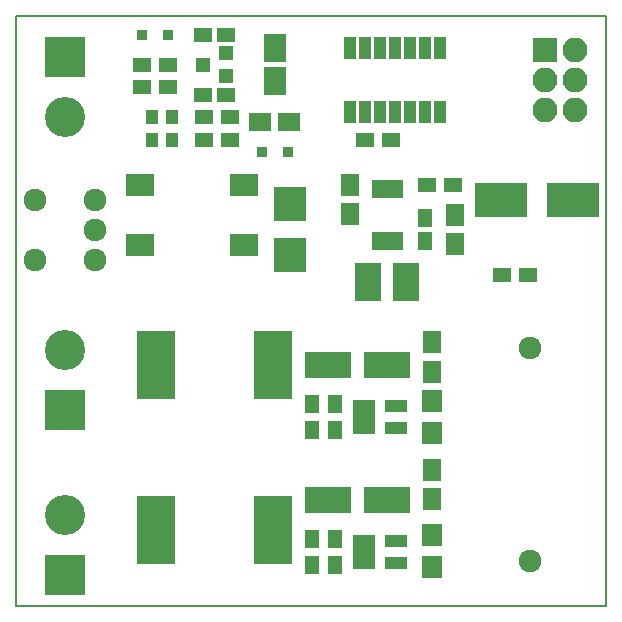
<source format=gbr>
G04 #@! TF.GenerationSoftware,KiCad,Pcbnew,(5.0.0)*
G04 #@! TF.CreationDate,2018-12-18T18:12:34+01:00*
G04 #@! TF.ProjectId,Bikelight,42696B656C696768742E6B696361645F,rev?*
G04 #@! TF.SameCoordinates,Original*
G04 #@! TF.FileFunction,Soldermask,Top*
G04 #@! TF.FilePolarity,Negative*
%FSLAX46Y46*%
G04 Gerber Fmt 4.6, Leading zero omitted, Abs format (unit mm)*
G04 Created by KiCad (PCBNEW (5.0.0)) date 12/18/18 18:12:34*
%MOMM*%
%LPD*%
G01*
G04 APERTURE LIST*
%ADD10C,0.150000*%
%ADD11R,3.300000X5.800000*%
%ADD12R,3.400000X3.400000*%
%ADD13C,3.400000*%
%ADD14R,1.960000X1.050000*%
%ADD15R,1.600000X1.300000*%
%ADD16R,1.000000X1.900000*%
%ADD17R,1.650000X1.900000*%
%ADD18R,1.300000X1.600000*%
%ADD19R,1.900000X1.650000*%
%ADD20R,1.600000X1.150000*%
%ADD21R,1.150000X1.600000*%
%ADD22R,0.650000X1.650000*%
%ADD23R,2.200000X3.300000*%
%ADD24R,1.300000X1.200000*%
%ADD25R,1.000000X1.200000*%
%ADD26R,4.400000X2.900000*%
%ADD27R,1.900000X2.350000*%
%ADD28C,1.924000*%
%ADD29R,0.900000X0.900000*%
%ADD30R,2.400000X1.900000*%
%ADD31R,2.700000X2.900000*%
%ADD32R,3.900000X2.200000*%
%ADD33R,1.700000X1.900000*%
%ADD34O,2.100000X2.100000*%
%ADD35R,2.100000X2.100000*%
G04 APERTURE END LIST*
D10*
X150000000Y-100000000D02*
X150000000Y-150000000D01*
X100000000Y-150000000D02*
X100000000Y-100000000D01*
X150000000Y-150000000D02*
X100000000Y-150000000D01*
X100000000Y-100000000D02*
X150000000Y-100000000D01*
D11*
G04 #@! TO.C,L3*
X121790000Y-143510000D03*
X111890000Y-143510000D03*
G04 #@! TD*
D12*
G04 #@! TO.C,J3*
X104140000Y-133350000D03*
D13*
X104140000Y-128270000D03*
G04 #@! TD*
D14*
G04 #@! TO.C,IC3*
X129460000Y-133035000D03*
X129460000Y-133985000D03*
X129460000Y-134935000D03*
X132160000Y-134935000D03*
X132160000Y-133035000D03*
G04 #@! TD*
G04 #@! TO.C,IC4*
X129460000Y-144465000D03*
X129460000Y-145415000D03*
X129460000Y-146365000D03*
X132160000Y-146365000D03*
X132160000Y-144465000D03*
G04 #@! TD*
D12*
G04 #@! TO.C,J1*
X104140000Y-103505000D03*
D13*
X104140000Y-108585000D03*
G04 #@! TD*
D11*
G04 #@! TO.C,L2*
X111890000Y-129540000D03*
X121790000Y-129540000D03*
G04 #@! TD*
D15*
G04 #@! TO.C,R3*
X143340000Y-121920000D03*
X141140000Y-121920000D03*
G04 #@! TD*
G04 #@! TO.C,R4*
X134790000Y-114300000D03*
X136990000Y-114300000D03*
G04 #@! TD*
G04 #@! TO.C,R5*
X112860000Y-106045000D03*
X110660000Y-106045000D03*
G04 #@! TD*
G04 #@! TO.C,R6*
X129540000Y-110490000D03*
X131740000Y-110490000D03*
G04 #@! TD*
G04 #@! TO.C,R7*
X110660000Y-104140000D03*
X112860000Y-104140000D03*
G04 #@! TD*
D16*
G04 #@! TO.C,U1*
X128270000Y-108110000D03*
X129540000Y-108110000D03*
X130810000Y-108110000D03*
X132080000Y-108110000D03*
X133350000Y-108110000D03*
X134620000Y-108110000D03*
X135890000Y-108110000D03*
X135890000Y-102710000D03*
X134620000Y-102710000D03*
X133350000Y-102710000D03*
X132080000Y-102710000D03*
X130810000Y-102710000D03*
X129540000Y-102710000D03*
X128270000Y-102710000D03*
G04 #@! TD*
D17*
G04 #@! TO.C,C11*
X128270000Y-116820000D03*
X128270000Y-114320000D03*
G04 #@! TD*
D18*
G04 #@! TO.C,R8*
X125095000Y-146515000D03*
X125095000Y-144315000D03*
G04 #@! TD*
D19*
G04 #@! TO.C,C1*
X123170000Y-109034193D03*
X120670000Y-109034193D03*
G04 #@! TD*
D20*
G04 #@! TO.C,C2*
X115890000Y-106680000D03*
X117790000Y-106680000D03*
G04 #@! TD*
D21*
G04 #@! TO.C,C8*
X134620000Y-119060000D03*
X134620000Y-117160000D03*
G04 #@! TD*
D17*
G04 #@! TO.C,C9*
X135255000Y-127655000D03*
X135255000Y-130155000D03*
G04 #@! TD*
G04 #@! TO.C,C10*
X135255000Y-140950000D03*
X135255000Y-138450000D03*
G04 #@! TD*
D22*
G04 #@! TO.C,IC2*
X132420000Y-114640000D03*
X131770000Y-114640000D03*
X131120000Y-114640000D03*
X130470000Y-114640000D03*
X130470000Y-119040000D03*
X131120000Y-119040000D03*
X131770000Y-119040000D03*
X132420000Y-119040000D03*
G04 #@! TD*
D13*
G04 #@! TO.C,J4*
X104140000Y-142240000D03*
D12*
X104140000Y-147320000D03*
G04 #@! TD*
D23*
G04 #@! TO.C,L1*
X129845000Y-122555000D03*
X133045000Y-122555000D03*
G04 #@! TD*
D15*
G04 #@! TO.C,R1*
X115910000Y-108585000D03*
X118110000Y-108585000D03*
G04 #@! TD*
G04 #@! TO.C,R2*
X118110000Y-110490000D03*
X115910000Y-110490000D03*
G04 #@! TD*
D18*
G04 #@! TO.C,R9*
X127000000Y-144315000D03*
X127000000Y-146515000D03*
G04 #@! TD*
G04 #@! TO.C,R10*
X125095000Y-132885000D03*
X125095000Y-135085000D03*
G04 #@! TD*
G04 #@! TO.C,R11*
X127000000Y-132885000D03*
X127000000Y-135085000D03*
G04 #@! TD*
D24*
G04 #@! TO.C,IC1*
X115840000Y-104140000D03*
X117840000Y-103190000D03*
X117840000Y-105090000D03*
G04 #@! TD*
D25*
G04 #@! TO.C,D2*
X113245000Y-110490000D03*
X111545000Y-110490000D03*
G04 #@! TD*
D26*
G04 #@! TO.C,C3*
X147195000Y-115570000D03*
X141095000Y-115570000D03*
G04 #@! TD*
D27*
G04 #@! TO.C,C4*
X121920000Y-102765000D03*
X121920000Y-105515000D03*
G04 #@! TD*
D20*
G04 #@! TO.C,C5*
X115890000Y-101600000D03*
X117790000Y-101600000D03*
G04 #@! TD*
D28*
G04 #@! TO.C,C6*
X143510000Y-128160000D03*
X143510000Y-146160000D03*
G04 #@! TD*
D17*
G04 #@! TO.C,C7*
X137160000Y-116860000D03*
X137160000Y-119360000D03*
G04 #@! TD*
D29*
G04 #@! TO.C,D1*
X123020000Y-111574193D03*
X120820000Y-111574193D03*
G04 #@! TD*
D25*
G04 #@! TO.C,D3*
X111545000Y-108585000D03*
X113245000Y-108585000D03*
G04 #@! TD*
D29*
G04 #@! TO.C,D4*
X110660000Y-101600000D03*
X112860000Y-101600000D03*
G04 #@! TD*
D30*
G04 #@! TO.C,D5*
X110565000Y-119390000D03*
X110565000Y-114290000D03*
X119305000Y-114290000D03*
X119305000Y-119390000D03*
G04 #@! TD*
D31*
G04 #@! TO.C,D6*
X123190000Y-115960000D03*
X123190000Y-120260000D03*
G04 #@! TD*
D32*
G04 #@! TO.C,D7*
X126405000Y-129540000D03*
X131405000Y-129540000D03*
G04 #@! TD*
G04 #@! TO.C,D8*
X131405000Y-140970000D03*
X126405000Y-140970000D03*
G04 #@! TD*
D33*
G04 #@! TO.C,R12*
X135255000Y-135335000D03*
X135255000Y-132635000D03*
G04 #@! TD*
G04 #@! TO.C,R13*
X135255000Y-143985000D03*
X135255000Y-146685000D03*
G04 #@! TD*
D28*
G04 #@! TO.C,SW1*
X106680000Y-120650000D03*
X106680000Y-118110000D03*
X106680000Y-115570000D03*
X101600000Y-120650000D03*
X101600000Y-115570000D03*
G04 #@! TD*
D34*
G04 #@! TO.C,J2*
X147320000Y-107950000D03*
X144780000Y-107950000D03*
X147320000Y-105410000D03*
X144780000Y-105410000D03*
X147320000Y-102870000D03*
D35*
X144780000Y-102870000D03*
G04 #@! TD*
M02*

</source>
